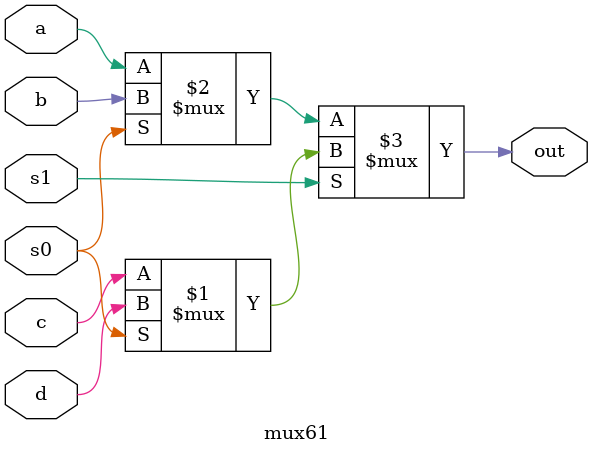
<source format=v>
module mux61(a,b,c,d,s0,s1,out);
input wire a,b,c,d;
input wire s0,s1;
output out;
assign out=s1 ?(s0?d:c):(s0?b:a);
endmodule

</source>
